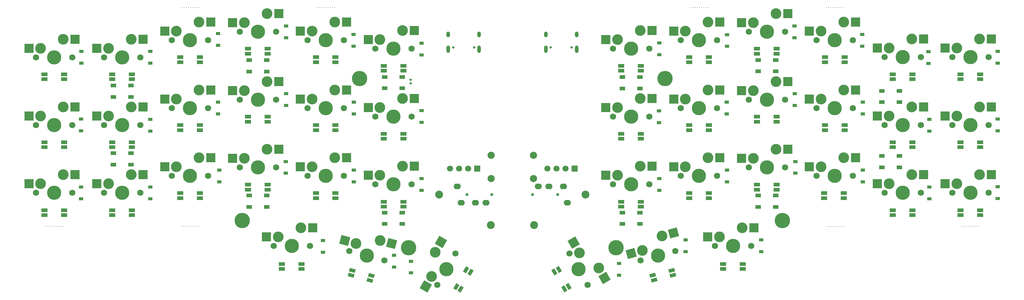
<source format=gbs>
%TF.GenerationSoftware,KiCad,Pcbnew,(5.99.0-10289-g4f191ce2c7)*%
%TF.CreationDate,2021-04-16T01:34:07+03:00*%
%TF.ProjectId,corne-cherry,636f726e-652d-4636-9865-7272792e6b69,3.0.1*%
%TF.SameCoordinates,Original*%
%TF.FileFunction,Soldermask,Bot*%
%TF.FilePolarity,Negative*%
%FSLAX46Y46*%
G04 Gerber Fmt 4.6, Leading zero omitted, Abs format (unit mm)*
G04 Created by KiCad (PCBNEW (5.99.0-10289-g4f191ce2c7)) date 2021-04-16 01:34:07*
%MOMM*%
%LPD*%
G01*
G04 APERTURE LIST*
G04 Aperture macros list*
%AMRoundRect*
0 Rectangle with rounded corners*
0 $1 Rounding radius*
0 $2 $3 $4 $5 $6 $7 $8 $9 X,Y pos of 4 corners*
0 Add a 4 corners polygon primitive as box body*
4,1,4,$2,$3,$4,$5,$6,$7,$8,$9,$2,$3,0*
0 Add four circle primitives for the rounded corners*
1,1,$1+$1,$2,$3*
1,1,$1+$1,$4,$5*
1,1,$1+$1,$6,$7*
1,1,$1+$1,$8,$9*
0 Add four rect primitives between the rounded corners*
20,1,$1+$1,$2,$3,$4,$5,0*
20,1,$1+$1,$4,$5,$6,$7,0*
20,1,$1+$1,$6,$7,$8,$9,0*
20,1,$1+$1,$8,$9,$2,$3,0*%
%AMRotRect*
0 Rectangle, with rotation*
0 The origin of the aperture is its center*
0 $1 length*
0 $2 width*
0 $3 Rotation angle, in degrees counterclockwise*
0 Add horizontal line*
21,1,$1,$2,0,0,$3*%
G04 Aperture macros list end*
%ADD10C,3.000000*%
%ADD11C,3.987800*%
%ADD12C,1.750000*%
%ADD13RotRect,2.550000X2.500000X300.000000*%
%ADD14RotRect,2.550000X2.500000X60.000000*%
%ADD15R,2.550000X2.500000*%
%ADD16RotRect,2.550000X2.500000X15.000000*%
%ADD17RotRect,2.550000X2.500000X345.000000*%
%ADD18R,1.700000X1.000000*%
%ADD19R,1.500000X1.000000*%
%ADD20O,1.000000X1.600000*%
%ADD21O,1.000000X2.100000*%
%ADD22C,0.650000*%
%ADD23C,2.000000*%
%ADD24RotRect,1.700000X1.000000X300.000000*%
%ADD25RotRect,1.700000X1.000000X15.000000*%
%ADD26RotRect,1.700000X1.000000X60.000000*%
%ADD27RotRect,1.700000X1.000000X345.000000*%
%ADD28C,1.700000*%
%ADD29R,1.700000X1.700000*%
%ADD30C,4.300000*%
%ADD31C,2.200000*%
%ADD32C,0.300000*%
%ADD33C,0.800000*%
%ADD34O,2.000000X1.600000*%
%ADD35R,1.200000X0.900000*%
%ADD36RoundRect,0.135000X-0.185000X0.135000X-0.185000X-0.135000X0.185000X-0.135000X0.185000X0.135000X0*%
G04 APERTURE END LIST*
D10*
X172533909Y-94809705D03*
D11*
X166864500Y-95150000D03*
D10*
X167159205Y-90580443D03*
D12*
X164324500Y-90750591D03*
X169404500Y-99549409D03*
D13*
X165521705Y-87744210D03*
X174184909Y-97669320D03*
D10*
X126728091Y-90415295D03*
D11*
X129857500Y-95155000D03*
D10*
X125752795Y-97184557D03*
D12*
X127317500Y-99554409D03*
X132397500Y-90755591D03*
D14*
X124115295Y-100020790D03*
X128379091Y-87555680D03*
D10*
X79647500Y-23575000D03*
D11*
X77107500Y-28655000D03*
D10*
X73297500Y-26115000D03*
D12*
X72027500Y-28655000D03*
X82187500Y-28655000D03*
D15*
X70022500Y-26115000D03*
X82949500Y-23575000D03*
D10*
X60647500Y-25950000D03*
D11*
X58107500Y-31030000D03*
D10*
X54297500Y-28490000D03*
D12*
X53027500Y-31030000D03*
X63187500Y-31030000D03*
D15*
X51022500Y-28490000D03*
X63949500Y-25950000D03*
D10*
X60647500Y-44950000D03*
D11*
X58107500Y-50030000D03*
D10*
X54297500Y-47490000D03*
D12*
X53027500Y-50030000D03*
X63187500Y-50030000D03*
D15*
X51022500Y-47490000D03*
X63949500Y-44950000D03*
D10*
X60647500Y-63950000D03*
D11*
X58107500Y-69030000D03*
D10*
X54297500Y-66490000D03*
D12*
X53027500Y-69030000D03*
X63187500Y-69030000D03*
D15*
X51022500Y-66490000D03*
X63949500Y-63950000D03*
D10*
X41647500Y-68700000D03*
D11*
X39107500Y-73780000D03*
D10*
X35297500Y-71240000D03*
D12*
X34027500Y-73780000D03*
X44187500Y-73780000D03*
D15*
X32022500Y-71240000D03*
X44949500Y-68700000D03*
D10*
X41647500Y-49700000D03*
D11*
X39107500Y-54780000D03*
D10*
X35297500Y-52240000D03*
D12*
X34027500Y-54780000D03*
X44187500Y-54780000D03*
D15*
X32022500Y-52240000D03*
X44949500Y-49700000D03*
D10*
X41647500Y-30700000D03*
D11*
X39107500Y-35780000D03*
D10*
X35297500Y-33240000D03*
D12*
X34027500Y-35780000D03*
X44187500Y-35780000D03*
D15*
X32022500Y-33240000D03*
X44949500Y-30700000D03*
D10*
X22647500Y-68700000D03*
D11*
X20107500Y-73780000D03*
D10*
X16297500Y-71240000D03*
D12*
X15027500Y-73780000D03*
X25187500Y-73780000D03*
D15*
X13022500Y-71240000D03*
X25949500Y-68700000D03*
D10*
X22647500Y-49700000D03*
D11*
X20107500Y-54780000D03*
D10*
X16297500Y-52240000D03*
D12*
X15027500Y-54780000D03*
X25187500Y-54780000D03*
D15*
X13022500Y-52240000D03*
X25949500Y-49700000D03*
D10*
X22647500Y-30700000D03*
D11*
X20107500Y-35780000D03*
D10*
X16297500Y-33240000D03*
D12*
X15027500Y-35780000D03*
X25187500Y-35780000D03*
D15*
X13022500Y-33240000D03*
X25949500Y-30700000D03*
D10*
X212654500Y-83570000D03*
D11*
X210114500Y-88650000D03*
D10*
X206304500Y-86110000D03*
D12*
X205034500Y-88650000D03*
X215194500Y-88650000D03*
D15*
X203029500Y-86110000D03*
X215956500Y-83570000D03*
D10*
X222154500Y-61570000D03*
D11*
X219614500Y-66650000D03*
D10*
X215804500Y-64110000D03*
D12*
X214534500Y-66650000D03*
X224694500Y-66650000D03*
D15*
X212529500Y-64110000D03*
X225456500Y-61570000D03*
D10*
X190253151Y-85835696D03*
D11*
X189114500Y-91400000D03*
D10*
X184776922Y-89932649D03*
D12*
X184207597Y-92714801D03*
X194021403Y-90085199D03*
D16*
X181613515Y-90780281D03*
X193442638Y-84981076D03*
D10*
X279154500Y-68695000D03*
D11*
X276614500Y-73775000D03*
D10*
X272804500Y-71235000D03*
D12*
X271534500Y-73775000D03*
X281694500Y-73775000D03*
D15*
X269529500Y-71235000D03*
X282456500Y-68695000D03*
D10*
X222154500Y-42570000D03*
D11*
X219614500Y-47650000D03*
D10*
X215804500Y-45110000D03*
D12*
X214534500Y-47650000D03*
X224694500Y-47650000D03*
D15*
X212529500Y-45110000D03*
X225456500Y-42570000D03*
D10*
X184154500Y-47320000D03*
D11*
X181614500Y-52400000D03*
D10*
X177804500Y-49860000D03*
D12*
X176534500Y-52400000D03*
X186694500Y-52400000D03*
D15*
X174529500Y-49860000D03*
X187456500Y-47320000D03*
D10*
X222154500Y-23570000D03*
D11*
X219614500Y-28650000D03*
D10*
X215804500Y-26110000D03*
D12*
X214534500Y-28650000D03*
X224694500Y-28650000D03*
D15*
X212529500Y-26110000D03*
X225456500Y-23570000D03*
D10*
X117647500Y-66325000D03*
D11*
X115107500Y-71405000D03*
D10*
X111297500Y-68865000D03*
D12*
X110027500Y-71405000D03*
X120187500Y-71405000D03*
D15*
X108022500Y-68865000D03*
X120949500Y-66325000D03*
D10*
X79647500Y-42575000D03*
D11*
X77107500Y-47655000D03*
D10*
X73297500Y-45115000D03*
D12*
X72027500Y-47655000D03*
X82187500Y-47655000D03*
D15*
X70022500Y-45115000D03*
X82949500Y-42575000D03*
D10*
X241154500Y-44945000D03*
D11*
X238614500Y-50025000D03*
D10*
X234804500Y-47485000D03*
D12*
X233534500Y-50025000D03*
X243694500Y-50025000D03*
D15*
X231529500Y-47485000D03*
X244456500Y-44945000D03*
D10*
X117647500Y-47325000D03*
D11*
X115107500Y-52405000D03*
D10*
X111297500Y-49865000D03*
D12*
X110027500Y-52405000D03*
X120187500Y-52405000D03*
D15*
X108022500Y-49865000D03*
X120949500Y-47325000D03*
D10*
X203154500Y-25945000D03*
D11*
X200614500Y-31025000D03*
D10*
X196804500Y-28485000D03*
D12*
X195534500Y-31025000D03*
X205694500Y-31025000D03*
D15*
X193529500Y-28485000D03*
X206456500Y-25945000D03*
D10*
X241154500Y-25945000D03*
D11*
X238614500Y-31025000D03*
D10*
X234804500Y-28485000D03*
D12*
X233534500Y-31025000D03*
X243694500Y-31025000D03*
D15*
X231529500Y-28485000D03*
X244456500Y-25945000D03*
D10*
X184147500Y-28325000D03*
D11*
X181607500Y-33405000D03*
D10*
X177797500Y-30865000D03*
D12*
X176527500Y-33405000D03*
X186687500Y-33405000D03*
D15*
X174522500Y-30865000D03*
X187449500Y-28325000D03*
D10*
X260154500Y-49695000D03*
D11*
X257614500Y-54775000D03*
D10*
X253804500Y-52235000D03*
D12*
X252534500Y-54775000D03*
X262694500Y-54775000D03*
D15*
X250529500Y-52235000D03*
X263456500Y-49695000D03*
D10*
X203154500Y-63945000D03*
D11*
X200614500Y-69025000D03*
D10*
X196804500Y-66485000D03*
D12*
X195534500Y-69025000D03*
X205694500Y-69025000D03*
D15*
X193529500Y-66485000D03*
X206456500Y-63945000D03*
D10*
X98647500Y-63950000D03*
D11*
X96107500Y-69030000D03*
D10*
X92297500Y-66490000D03*
D12*
X91027500Y-69030000D03*
X101187500Y-69030000D03*
D15*
X89022500Y-66490000D03*
X101949500Y-63950000D03*
D10*
X117647500Y-28325000D03*
D11*
X115107500Y-33405000D03*
D10*
X111297500Y-30865000D03*
D12*
X110027500Y-33405000D03*
X120187500Y-33405000D03*
D15*
X108022500Y-30865000D03*
X120949500Y-28325000D03*
D10*
X260154500Y-30695000D03*
D11*
X257614500Y-35775000D03*
D10*
X253804500Y-33235000D03*
D12*
X252534500Y-35775000D03*
X262694500Y-35775000D03*
D15*
X250529500Y-33235000D03*
X263456500Y-30695000D03*
D10*
X98647500Y-25950000D03*
D11*
X96107500Y-31030000D03*
D10*
X92297500Y-28490000D03*
D12*
X91027500Y-31030000D03*
X101187500Y-31030000D03*
D15*
X89022500Y-28490000D03*
X101949500Y-25950000D03*
D10*
X203154500Y-44945000D03*
D11*
X200614500Y-50025000D03*
D10*
X196804500Y-47485000D03*
D12*
X195534500Y-50025000D03*
X205694500Y-50025000D03*
D15*
X193529500Y-47485000D03*
X206456500Y-44945000D03*
D10*
X260154500Y-68695000D03*
D11*
X257614500Y-73775000D03*
D10*
X253804500Y-71235000D03*
D12*
X252534500Y-73775000D03*
X262694500Y-73775000D03*
D15*
X250529500Y-71235000D03*
X263456500Y-68695000D03*
D10*
X279154500Y-30695000D03*
D11*
X276614500Y-35775000D03*
D10*
X272804500Y-33235000D03*
D12*
X271534500Y-35775000D03*
X281694500Y-35775000D03*
D15*
X269529500Y-33235000D03*
X282456500Y-30695000D03*
D10*
X241154500Y-63945000D03*
D11*
X238614500Y-69025000D03*
D10*
X234804500Y-66485000D03*
D12*
X233534500Y-69025000D03*
X243694500Y-69025000D03*
D15*
X231529500Y-66485000D03*
X244456500Y-63945000D03*
D10*
X98647500Y-44950000D03*
D11*
X96107500Y-50030000D03*
D10*
X92297500Y-47490000D03*
D12*
X91027500Y-50030000D03*
X101187500Y-50030000D03*
D15*
X89022500Y-47490000D03*
X101949500Y-44950000D03*
D10*
X184154500Y-66320000D03*
D11*
X181614500Y-71400000D03*
D10*
X177804500Y-68860000D03*
D12*
X176534500Y-71400000D03*
X186694500Y-71400000D03*
D15*
X174529500Y-68860000D03*
X187456500Y-66320000D03*
D10*
X111375752Y-87155497D03*
D11*
X107607500Y-91405000D03*
D10*
X104584723Y-87965448D03*
D12*
X102700597Y-90090199D03*
X112514403Y-92719801D03*
D17*
X101421316Y-87117815D03*
X114565239Y-88010118D03*
D10*
X79647500Y-61575000D03*
D11*
X77107500Y-66655000D03*
D10*
X73297500Y-64115000D03*
D12*
X72027500Y-66655000D03*
X82187500Y-66655000D03*
D15*
X70022500Y-64115000D03*
X82949500Y-61575000D03*
D10*
X279154500Y-49695000D03*
D11*
X276614500Y-54775000D03*
D10*
X272804500Y-52235000D03*
D12*
X271534500Y-54775000D03*
X281694500Y-54775000D03*
D15*
X269529500Y-52235000D03*
X282456500Y-49695000D03*
D10*
X89147500Y-83575000D03*
D11*
X86607500Y-88655000D03*
D10*
X82797500Y-86115000D03*
D12*
X81527500Y-88655000D03*
X91687500Y-88655000D03*
D15*
X79522500Y-86115000D03*
X92449500Y-83575000D03*
D18*
X207357500Y-95117500D03*
X207357500Y-93717500D03*
X212857500Y-95117500D03*
X212857500Y-93717500D03*
X197857500Y-56223750D03*
X197857500Y-54823750D03*
X203357500Y-56223750D03*
X203357500Y-54823750D03*
X254847500Y-41936250D03*
X254847500Y-40536250D03*
X260347500Y-41936250D03*
X260347500Y-40536250D03*
D19*
X222057500Y-36550000D03*
X222057500Y-39750000D03*
X217157500Y-39750000D03*
X217157500Y-36550000D03*
D20*
X130427500Y-29355000D03*
X139067500Y-29355000D03*
D21*
X130427500Y-33535000D03*
X139067500Y-33535000D03*
D22*
X137637500Y-33005000D03*
X131857500Y-33005000D03*
D20*
X157707500Y-29370000D03*
X166347500Y-29370000D03*
D21*
X157707500Y-33550000D03*
X166347500Y-33550000D03*
D22*
X164917500Y-33020000D03*
X159137500Y-33020000D03*
D23*
X154297500Y-69760000D03*
X154297500Y-63260000D03*
X142424500Y-69781000D03*
X142424500Y-63281000D03*
D24*
X160136282Y-95918430D03*
X161348718Y-95218430D03*
X162886282Y-100681570D03*
X164098718Y-99981570D03*
D18*
X178857500Y-77655000D03*
X178857500Y-76255000D03*
X184357500Y-77655000D03*
X184357500Y-76255000D03*
X178857500Y-58605000D03*
X178857500Y-57205000D03*
X184357500Y-58605000D03*
X184357500Y-57205000D03*
X178857500Y-39555000D03*
X178857500Y-38155000D03*
X184357500Y-39555000D03*
X184357500Y-38155000D03*
D25*
X188012377Y-98247900D03*
X187650031Y-96895604D03*
X193324969Y-96824396D03*
X192962623Y-95472100D03*
D18*
X197857500Y-75273750D03*
X197857500Y-73873750D03*
X203357500Y-75273750D03*
X203357500Y-73873750D03*
X197847500Y-37173750D03*
X197847500Y-35773750D03*
X203347500Y-37173750D03*
X203347500Y-35773750D03*
X216847500Y-72892500D03*
X216847500Y-71492500D03*
X222347500Y-72892500D03*
X222347500Y-71492500D03*
X216857500Y-53842500D03*
X216857500Y-52442500D03*
X222357500Y-53842500D03*
X222357500Y-52442500D03*
X216857500Y-34792500D03*
X216857500Y-33392500D03*
X222357500Y-34792500D03*
X222357500Y-33392500D03*
X235638750Y-75273750D03*
X235638750Y-73873750D03*
X241138750Y-75273750D03*
X241138750Y-73873750D03*
X235857500Y-56223750D03*
X235857500Y-54823750D03*
X241357500Y-56223750D03*
X241357500Y-54823750D03*
X235857500Y-37173750D03*
X235857500Y-35773750D03*
X241357500Y-37173750D03*
X241357500Y-35773750D03*
X254857500Y-80036250D03*
X254857500Y-78636250D03*
X260357500Y-80036250D03*
X260357500Y-78636250D03*
X254857500Y-60986250D03*
X254857500Y-59586250D03*
X260357500Y-60986250D03*
X260357500Y-59586250D03*
X273857500Y-80036250D03*
X273857500Y-78636250D03*
X279357500Y-80036250D03*
X279357500Y-78636250D03*
X273847500Y-60986250D03*
X273847500Y-59586250D03*
X279347500Y-60986250D03*
X279347500Y-59586250D03*
X273857500Y-41936250D03*
X273857500Y-40536250D03*
X279357500Y-41936250D03*
X279357500Y-40536250D03*
D26*
X133879987Y-100801570D03*
X132667551Y-100101570D03*
X136629987Y-96038430D03*
X135417551Y-95338430D03*
D18*
X112357500Y-77655000D03*
X112357500Y-76255000D03*
X117857500Y-77655000D03*
X117857500Y-76255000D03*
X112357500Y-58605000D03*
X112357500Y-57205000D03*
X117857500Y-58605000D03*
X117857500Y-57205000D03*
X112357500Y-39555000D03*
X112357500Y-38155000D03*
X117857500Y-39555000D03*
X117857500Y-38155000D03*
D27*
X103180031Y-96874396D03*
X103542377Y-95522100D03*
X108492623Y-98297900D03*
X108854969Y-96945604D03*
D18*
X93357500Y-75273750D03*
X93357500Y-73873750D03*
X98857500Y-75273750D03*
X98857500Y-73873750D03*
X93357500Y-56223750D03*
X93357500Y-54823750D03*
X98857500Y-56223750D03*
X98857500Y-54823750D03*
X93357500Y-37173750D03*
X93357500Y-35773750D03*
X98857500Y-37173750D03*
X98857500Y-35773750D03*
X83857500Y-95117500D03*
X83857500Y-93717500D03*
X89357500Y-95117500D03*
X89357500Y-93717500D03*
X74357500Y-72892500D03*
X74357500Y-71492500D03*
X79857500Y-72892500D03*
X79857500Y-71492500D03*
X74357500Y-53842500D03*
X74357500Y-52442500D03*
X79857500Y-53842500D03*
X79857500Y-52442500D03*
X74357500Y-34792500D03*
X74357500Y-33392500D03*
X79857500Y-34792500D03*
X79857500Y-33392500D03*
X55357500Y-75273750D03*
X55357500Y-73873750D03*
X60857500Y-75273750D03*
X60857500Y-73873750D03*
X55357500Y-56223750D03*
X55357500Y-54823750D03*
X60857500Y-56223750D03*
X60857500Y-54823750D03*
X55357500Y-37173750D03*
X55357500Y-35773750D03*
X60857500Y-37173750D03*
X60857500Y-35773750D03*
X36357500Y-80036250D03*
X36357500Y-78636250D03*
X41857500Y-80036250D03*
X41857500Y-78636250D03*
X36357500Y-60986250D03*
X36357500Y-59586250D03*
X41857500Y-60986250D03*
X41857500Y-59586250D03*
X36357500Y-41936250D03*
X36357500Y-40536250D03*
X41857500Y-41936250D03*
X41857500Y-40536250D03*
X17357500Y-80036250D03*
X17357500Y-78636250D03*
X22857500Y-80036250D03*
X22857500Y-78636250D03*
X22857500Y-59586250D03*
X22857500Y-60986250D03*
X17357500Y-59586250D03*
X17357500Y-60986250D03*
X17357500Y-41936250D03*
X17357500Y-40536250D03*
X22857500Y-41936250D03*
X22857500Y-40536250D03*
D28*
X130937500Y-67010000D03*
X133477500Y-67010000D03*
X136017500Y-67010000D03*
D29*
X138557500Y-67010000D03*
D30*
X105575500Y-41765500D03*
X72764500Y-81520500D03*
X119330500Y-89135000D03*
D31*
X127869500Y-74254000D03*
X142301500Y-82775000D03*
D30*
X177389500Y-89145000D03*
X223955500Y-81530500D03*
X191144500Y-41775500D03*
D32*
X56455500Y-21869000D03*
X60018000Y-21869000D03*
X55861750Y-21869000D03*
X57049250Y-21869000D03*
X59424250Y-21869000D03*
X57643000Y-21869000D03*
X60611750Y-21869000D03*
X58236750Y-21869000D03*
X58830500Y-21869000D03*
X98582500Y-21873000D03*
X93832500Y-21873000D03*
X95613750Y-21873000D03*
X96801250Y-21873000D03*
X95020000Y-21873000D03*
X97395000Y-21873000D03*
X94426250Y-21873000D03*
X96207500Y-21873000D03*
X97988750Y-21873000D03*
X17787500Y-83176000D03*
X21943750Y-83176000D03*
X20756250Y-83176000D03*
X19568750Y-83176000D03*
X21350000Y-83176000D03*
X22537500Y-83176000D03*
X18975000Y-83176000D03*
X18381250Y-83176000D03*
X20162500Y-83176000D03*
X58123500Y-83178000D03*
X56936000Y-83178000D03*
X60498500Y-83178000D03*
X58717250Y-83178000D03*
X59311000Y-83178000D03*
X55748500Y-83178000D03*
X56342250Y-83178000D03*
X57529750Y-83178000D03*
X59904750Y-83178000D03*
D33*
X135620000Y-74270000D03*
X142620000Y-74270000D03*
D34*
X132920000Y-71970000D03*
X134020000Y-76570000D03*
X138020000Y-76570000D03*
X141020000Y-76570000D03*
D33*
X154027500Y-74280000D03*
X161027500Y-74280000D03*
D34*
X163727500Y-76580000D03*
X162627500Y-71980000D03*
X158627500Y-71980000D03*
X155627500Y-71980000D03*
D28*
X158207500Y-66980000D03*
X160747500Y-66980000D03*
X163287500Y-66980000D03*
D29*
X165827500Y-66980000D03*
D31*
X154418500Y-82785000D03*
X168850500Y-74264000D03*
D32*
X278436750Y-83183000D03*
X277249250Y-83183000D03*
X274874250Y-83183000D03*
X277843000Y-83183000D03*
X274280500Y-83183000D03*
X279030500Y-83183000D03*
X276061750Y-83183000D03*
X276655500Y-83183000D03*
X275468000Y-83183000D03*
X199550000Y-21885000D03*
X200737500Y-21885000D03*
X201925000Y-21885000D03*
X203112500Y-21885000D03*
X198956250Y-21885000D03*
X198362500Y-21885000D03*
X200143750Y-21885000D03*
X202518750Y-21885000D03*
X201331250Y-21885000D03*
X236868250Y-21870000D03*
X238055750Y-21870000D03*
X238649500Y-21870000D03*
X236274500Y-21870000D03*
X239243250Y-21870000D03*
X240430750Y-21870000D03*
X241024500Y-21870000D03*
X237462000Y-21870000D03*
X239837000Y-21870000D03*
X239929000Y-83193000D03*
X241116500Y-83193000D03*
X236960250Y-83193000D03*
X238741500Y-83193000D03*
X236366500Y-83193000D03*
X240522750Y-83193000D03*
X237554000Y-83193000D03*
X238147750Y-83193000D03*
X239335250Y-83193000D03*
D35*
X46987500Y-37430000D03*
X46987500Y-34130000D03*
X227447500Y-49320000D03*
X227447500Y-46020000D03*
X196857500Y-90280000D03*
X196857500Y-86980000D03*
D19*
X256707500Y-63450000D03*
X256707500Y-66650000D03*
X251807500Y-66650000D03*
X251807500Y-63450000D03*
D35*
X115207500Y-94560000D03*
X115207500Y-91260000D03*
X122947500Y-73060000D03*
X122947500Y-69760000D03*
X95327500Y-90420000D03*
X95327500Y-87120000D03*
D19*
X256707500Y-45190000D03*
X256707500Y-48390000D03*
X251807500Y-48390000D03*
X251807500Y-45190000D03*
D35*
X208417500Y-32730000D03*
X208417500Y-29430000D03*
X265107500Y-56450000D03*
X265107500Y-53150000D03*
X84937500Y-68290000D03*
X84937500Y-64990000D03*
X103957500Y-70680000D03*
X103957500Y-67380000D03*
X27607500Y-53120000D03*
X27607500Y-56420000D03*
X189427500Y-54070000D03*
X189427500Y-50770000D03*
D19*
X41557500Y-43680000D03*
X41557500Y-46880000D03*
X36657500Y-46880000D03*
X36657500Y-43680000D03*
X222057500Y-74550000D03*
X222057500Y-77750000D03*
X217157500Y-77750000D03*
X217157500Y-74550000D03*
D35*
X178267500Y-96880000D03*
X178267500Y-93580000D03*
X246487500Y-70690000D03*
X246487500Y-67390000D03*
X119947500Y-96230000D03*
X119947500Y-92930000D03*
X189457500Y-35090000D03*
X189457500Y-31790000D03*
X46967500Y-75430000D03*
X46967500Y-72130000D03*
D19*
X117557500Y-41300000D03*
X117557500Y-44500000D03*
X112657500Y-44500000D03*
X112657500Y-41300000D03*
D35*
X47017500Y-56440000D03*
X47017500Y-53140000D03*
X65977500Y-51620000D03*
X65977500Y-48320000D03*
X284207500Y-75360000D03*
X284207500Y-72060000D03*
D36*
X119882500Y-42045000D03*
X119882500Y-43065000D03*
D35*
X27607500Y-75410000D03*
X27607500Y-72110000D03*
X265107500Y-75480000D03*
X265107500Y-72180000D03*
X227297500Y-30340000D03*
X227297500Y-27040000D03*
D19*
X41557500Y-62680000D03*
X41557500Y-65880000D03*
X36657500Y-65880000D03*
X36657500Y-62680000D03*
X184057500Y-41305000D03*
X184057500Y-44505000D03*
X179157500Y-44505000D03*
X179157500Y-41305000D03*
D35*
X122987500Y-54050000D03*
X122987500Y-50750000D03*
D19*
X79557500Y-74550000D03*
X79557500Y-77750000D03*
X74657500Y-77750000D03*
X74657500Y-74550000D03*
X79557500Y-36560000D03*
X79557500Y-39760000D03*
X74657500Y-39760000D03*
X74657500Y-36560000D03*
D35*
X103937500Y-32680000D03*
X103937500Y-29380000D03*
X227557500Y-68290000D03*
X227557500Y-64990000D03*
X284197500Y-56430000D03*
X284197500Y-53130000D03*
X84987500Y-30300000D03*
X84987500Y-27000000D03*
X284207500Y-37450000D03*
X284207500Y-34150000D03*
X189467500Y-73050000D03*
X189467500Y-69750000D03*
X85017500Y-49310000D03*
X85017500Y-46010000D03*
X208487500Y-70700000D03*
X208487500Y-67400000D03*
X27732500Y-37400000D03*
X27732500Y-34100000D03*
X66337500Y-70680000D03*
X66337500Y-67380000D03*
X264857500Y-37490000D03*
X264857500Y-34190000D03*
X122937500Y-35120000D03*
X122937500Y-31820000D03*
X217987500Y-90280000D03*
X217987500Y-86980000D03*
X103957500Y-51680000D03*
X103957500Y-48380000D03*
X246507500Y-51690000D03*
X246507500Y-48390000D03*
X208367500Y-51690000D03*
X208367500Y-48390000D03*
X246287500Y-32710000D03*
X246287500Y-29410000D03*
D19*
X184057500Y-79300000D03*
X184057500Y-82500000D03*
X179157500Y-82500000D03*
X179157500Y-79300000D03*
D35*
X65927500Y-32410000D03*
X65927500Y-29110000D03*
D19*
X117557500Y-79300000D03*
X117557500Y-82500000D03*
X112657500Y-82500000D03*
X112657500Y-79300000D03*
M02*

</source>
